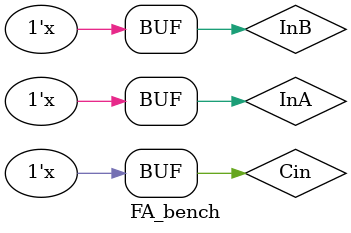
<source format=v>
module FA_bench();

reg InA;
reg InB;
reg Cin;

wire S;
wire Cout;

FA DUT(.A(InA), .B(InB), .Cin(Cin), .S(S), .Cout(Cout));

initial begin
InA = 0;
InB = 0;
Cin = 0;
end

always begin
#5 InA = ~InA;
end

always begin 
#10 InB = ~InB;
end

always begin 
#20 Cin = ~Cin;
end

endmodule 
</source>
